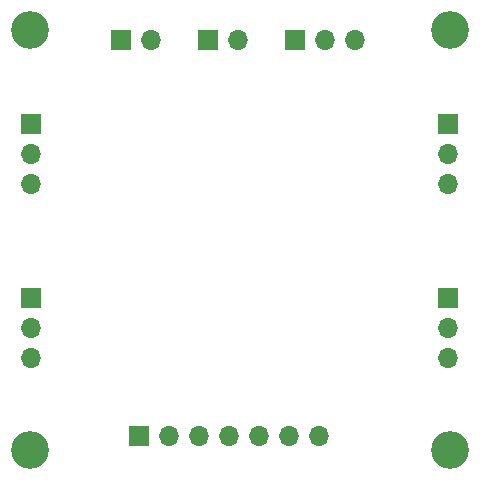
<source format=gbr>
%TF.GenerationSoftware,KiCad,Pcbnew,(5.99.0-2358-g6d8fb94d8)*%
%TF.CreationDate,2020-07-27T20:35:16+08:00*%
%TF.ProjectId,POWER_BOARD_v2b,504f5745-525f-4424-9f41-52445f763262,rev?*%
%TF.SameCoordinates,Original*%
%TF.FileFunction,Soldermask,Bot*%
%TF.FilePolarity,Negative*%
%FSLAX46Y46*%
G04 Gerber Fmt 4.6, Leading zero omitted, Abs format (unit mm)*
G04 Created by KiCad (PCBNEW (5.99.0-2358-g6d8fb94d8)) date 2020-07-27 20:35:16*
%MOMM*%
%LPD*%
G01*
G04 APERTURE LIST*
%ADD10O,1.700000X1.700000*%
%ADD11R,1.700000X1.700000*%
%ADD12C,3.200000*%
G04 APERTURE END LIST*
D10*
%TO.C,J8*%
X72446000Y-53302000D03*
D11*
X69906000Y-53302000D03*
%TD*%
D10*
%TO.C,J7*%
X79812000Y-53302000D03*
D11*
X77272000Y-53302000D03*
%TD*%
D10*
%TO.C,J6*%
X89718000Y-53302000D03*
X87178000Y-53302000D03*
D11*
X84638000Y-53302000D03*
%TD*%
D10*
%TO.C,J5*%
X86670000Y-86830000D03*
X84130000Y-86830000D03*
X81590000Y-86830000D03*
X79050000Y-86830000D03*
X76510000Y-86830000D03*
X73970000Y-86830000D03*
D11*
X71430000Y-86830000D03*
%TD*%
D12*
%TO.C,H4*%
X97750000Y-88000000D03*
%TD*%
%TO.C,H3*%
X62250000Y-88000000D03*
%TD*%
%TO.C,H2*%
X97750000Y-52500000D03*
%TD*%
%TO.C,H1*%
X62250000Y-52500000D03*
%TD*%
D10*
%TO.C,J4*%
X62286000Y-80226000D03*
X62286000Y-77686000D03*
D11*
X62286000Y-75146000D03*
%TD*%
D10*
%TO.C,J3*%
X62286000Y-65494000D03*
X62286000Y-62954000D03*
D11*
X62286000Y-60414000D03*
%TD*%
D10*
%TO.C,J2*%
X97592000Y-65494000D03*
X97592000Y-62954000D03*
D11*
X97592000Y-60414000D03*
%TD*%
D10*
%TO.C,J1*%
X97592000Y-80226000D03*
X97592000Y-77686000D03*
D11*
X97592000Y-75146000D03*
%TD*%
M02*

</source>
